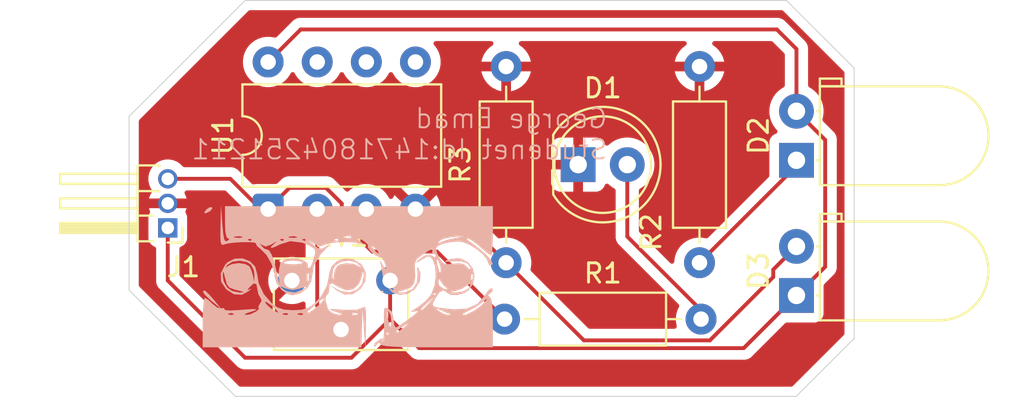
<source format=kicad_pcb>
(kicad_pcb (version 20241229) (generator "pcbnew") (generator_version "9.0")
  (layers (0 "F.Cu" signal) (2 "B.Cu" signal) (13 "F.Paste" user) (15 "B.Paste" user) (5 "F.SilkS" user "F.Silkscreen") (7 "B.SilkS" user "B.Silkscreen") (1 "F.Mask" user) (3 "B.Mask" user) (25 "Edge.Cuts" user))
  (net 0 "")
  (net 1 "GND")
  (net 2 "OUT")
  (net 3 "Net-(U1A--)")
  (net 4 "Net-(D3-A)")
  (net 5 "VCC")
  (net 6 "Net-(D1-A)")
  (net 7 "Net-(D2-K)")
  (footprint "Resistor_THT:R_Axial_DIN0207_L6.3mm_D2.5mm_P10.16mm_Horizontal" (layer "F.Cu") (at 125.11 84.695)
    (property "Reference" "R1" (at 5.08 -2.37 0) (layer "F.SilkS"))
    (property "Value" "R")
    (fp_line (start 1.04 0) (end 1.81 0) (stroke (width 0.12)) (layer "F.SilkS"))
    (fp_line (start 1.81 -1.37) (end 1.81 1.37) (stroke (width 0.12)) (layer "F.SilkS"))
    (fp_line (start 1.81 1.37) (end 8.35 1.37) (stroke (width 0.12)) (layer "F.SilkS"))
    (fp_line (start 8.35 -1.37) (end 1.81 -1.37) (stroke (width 0.12)) (layer "F.SilkS"))
    (fp_line (start 8.35 1.37) (end 8.35 -1.37) (stroke (width 0.12)) (layer "F.SilkS"))
    (fp_line (start 9.12 0) (end 8.35 0) (stroke (width 0.12)) (layer "F.SilkS"))
    (pad "1" thru_hole circle (at 0 0) (size 1.6 1.6) (drill 0.8) (layers "*.Cu" "*.Mask") (net 2 "OUT"))
    (pad "2" thru_hole oval (at 10.16 0) (size 1.6 1.6) (drill 0.8) (layers "*.Cu" "*.Mask") (net 6 "Net-(D1-A)"))
  )
  (footprint "Resistor_THT:R_Axial_DIN0207_L6.3mm_D2.5mm_P10.16mm_Horizontal" (layer "F.Cu") (at 135.19 81.775 90)
    (property "Reference" "R2" (at 1.58 -2.5 90) (layer "F.SilkS"))
    (property "Value" "R")
    (fp_line (start 8.35 -1.37) (end 1.81 -1.37) (stroke (width 0.12)) (layer "F.SilkS"))
    (fp_line (start 1.81 -1.37) (end 1.81 1.37) (stroke (width 0.12)) (layer "F.SilkS"))
    (fp_line (start 9.12 0) (end 8.35 0) (stroke (width 0.12)) (layer "F.SilkS"))
    (fp_line (start 1.04 0) (end 1.81 0) (stroke (width 0.12)) (layer "F.SilkS"))
    (fp_line (start 8.35 1.37) (end 8.35 -1.37) (stroke (width 0.12)) (layer "F.SilkS"))
    (fp_line (start 1.81 1.37) (end 8.35 1.37) (stroke (width 0.12)) (layer "F.SilkS"))
    (pad "1" thru_hole circle (at 0 0 90) (size 1.6 1.6) (drill 0.8) (layers "*.Cu" "*.Mask") (net 7 "Net-(D2-K)"))
    (pad "2" thru_hole oval (at 10.16 0 90) (size 1.6 1.6) (drill 0.8) (layers "*.Cu" "*.Mask") (net 1 "GND"))
  )
  (footprint "LED_THT:LED_D5.0mm_Clear" (layer "F.Cu") (at 128.915 76.695)
    (property "Reference" "D1" (at 1.27 -3.96 0) (layer "F.SilkS"))
    (property "Value" "LED")
    (fp_line (start -1.29 -1.545) (end -1.29 1.545) (stroke (width 0.12)) (layer "F.SilkS"))
    (fp_arc (start -1.29 -1.54483) (mid 2.071756 -2.880501) (end 4.26 -0.000048) (stroke (width 0.12)) (layer "F.SilkS"))
    (fp_arc (start 4.26 0.000048) (mid 2.071756 2.880501) (end -1.29 1.54483) (stroke (width 0.12)) (layer "F.SilkS"))
    (fp_circle (center 1.27 0) (end 3.77 0) (stroke (width 0.12)) (fill no) (layer "F.SilkS"))
    (pad "1" thru_hole rect (at 0 0) (size 1.8 1.8) (drill 0.9) (layers "*.Cu" "*.Mask") (net 1 "GND"))
    (pad "2" thru_hole circle (at 2.54 0) (size 1.8 1.8) (drill 0.9) (layers "*.Cu" "*.Mask") (net 6 "Net-(D1-A)"))
  )
  (footprint "Resistor_THT:R_Axial_DIN0207_L6.3mm_D2.5mm_P10.16mm_Horizontal" (layer "F.Cu") (at 125.19 81.775 90)
    (property "Reference" "R3" (at 5.08 -2.37 90) (layer "F.SilkS"))
    (property "Value" "R")
    (fp_line (start 8.35 -1.37) (end 1.81 -1.37) (stroke (width 0.12)) (layer "F.SilkS"))
    (fp_line (start 1.81 -1.37) (end 1.81 1.37) (stroke (width 0.12)) (layer "F.SilkS"))
    (fp_line (start 9.12 0) (end 8.35 0) (stroke (width 0.12)) (layer "F.SilkS"))
    (fp_line (start 1.04 0) (end 1.81 0) (stroke (width 0.12)) (layer "F.SilkS"))
    (fp_line (start 8.35 1.37) (end 8.35 -1.37) (stroke (width 0.12)) (layer "F.SilkS"))
    (fp_line (start 1.81 1.37) (end 8.35 1.37) (stroke (width 0.12)) (layer "F.SilkS"))
    (pad "1" thru_hole circle (at 0 0 90) (size 1.6 1.6) (drill 0.8) (layers "*.Cu" "*.Mask") (net 4 "Net-(D3-A)"))
    (pad "2" thru_hole oval (at 10.16 0 90) (size 1.6 1.6) (drill 0.8) (layers "*.Cu" "*.Mask") (net 1 "GND"))
  )
  (footprint "Potentiometer_THT:Potentiometer_Bourns_3266W_Vertical" (layer "F.Cu") (at 119.19 82.695)
    (property "Reference" "RV1" (at -2.54 -2.27 0) (layer "F.SilkS"))
    (property "Value" "R_Potentiometer")
    (fp_line (start -6.015 -1.14) (end -6.015 -0.495) (stroke (width 0.12)) (layer "F.SilkS"))
    (fp_line (start -6.015 -1.14) (end 0.935 -1.14) (stroke (width 0.12)) (layer "F.SilkS"))
    (fp_line (start -6.015 0.495) (end -6.015 3.6) (stroke (width 0.12)) (layer "F.SilkS"))
    (fp_line (start -6.015 3.6) (end 0.935 3.6) (stroke (width 0.12)) (layer "F.SilkS"))
    (fp_line (start 0.935 -1.14) (end 0.935 -0.495) (stroke (width 0.12)) (layer "F.SilkS"))
    (fp_line (start 0.935 0.495) (end 0.935 3.6) (stroke (width 0.12)) (layer "F.SilkS"))
    (pad "1" thru_hole circle (at 0 0) (size 1.44 1.44) (drill 0.8) (layers "*.Cu" "*.Mask") (net 5 "VCC"))
    (pad "2" thru_hole circle (at -2.54 2.54) (size 1.44 1.44) (drill 0.8) (layers "*.Cu" "*.Mask") (net 3 "Net-(U1A--)"))
    (pad "3" thru_hole circle (at -5.08 0) (size 1.44 1.44) (drill 0.8) (layers "*.Cu" "*.Mask") (net 1 "GND"))
  )
  (footprint "Connector_PinHeader_1.27mm:PinHeader_1x03_P1.27mm_Horizontal" (layer "F.Cu") (at 107.69 79.97 180)
    (property "Reference" "J1" (at -0.81 -2.03 0) (layer "F.SilkS"))
    (property "Value" "Conn_01x03_Pin")
    (fp_line (start 5.56 2.8) (end 1.56 2.8) (stroke (width 0.12)) (layer "F.SilkS"))
    (fp_line (start 5.56 2.28) (end 5.56 2.8) (stroke (width 0.12)) (layer "F.SilkS"))
    (fp_line (start 5.56 1.53) (end 1.56 1.53) (stroke (width 0.12)) (layer "F.SilkS"))
    (fp_line (start 5.56 1.01) (end 5.56 1.53) (stroke (width 0.12)) (layer "F.SilkS"))
    (fp_line (start 5.56 0.26) (end 1.56 0.26) (stroke (width 0.12)) (layer "F.SilkS"))
    (fp_line (start 5.56 -0.26) (end 5.56 0.26) (stroke (width 0.12)) (layer "F.SilkS"))
    (fp_line (start 1.56 3.235) (end 0.44 3.235) (stroke (width 0.12)) (layer "F.SilkS"))
    (fp_line (start 1.56 2.28) (end 5.56 2.28) (stroke (width 0.12)) (layer "F.SilkS"))
    (fp_line (start 1.56 1.01) (end 5.56 1.01) (stroke (width 0.12)) (layer "F.SilkS"))
    (fp_line (start 1.56 0.16) (end 5.56 0.16) (stroke (width 0.12)) (layer "F.SilkS"))
    (fp_line (start 1.56 0.04) (end 5.56 0.04) (stroke (width 0.12)) (layer "F.SilkS"))
    (fp_line (start 1.56 -0.08) (end 5.56 -0.08) (stroke (width 0.12)) (layer "F.SilkS"))
    (fp_line (start 1.56 -0.2) (end 5.56 -0.2) (stroke (width 0.12)) (layer "F.SilkS"))
    (fp_line (start 1.56 -0.26) (end 5.56 -0.26) (stroke (width 0.12)) (layer "F.SilkS"))
    (fp_line (start 1.56 -0.695) (end 1.56 3.235) (stroke (width 0.12)) (layer "F.SilkS"))
    (fp_line (start 0.76 0.635) (end 1.56 0.635) (stroke (width 0.12)) (layer "F.SilkS"))
    (fp_line (start 0.76 -0.695) (end 1.56 -0.695) (stroke (width 0.12)) (layer "F.SilkS"))
    (fp_line (start 0.44 3.235) (end 0.44 3.159677) (stroke (width 0.12)) (layer "F.SilkS"))
    (fp_line (start 0.44 1.905) (end 1.56 1.905) (stroke (width 0.12)) (layer "F.SilkS"))
    (fp_line (start 0.44 1.889677) (end 0.44 1.920323) (stroke (width 0.12)) (layer "F.SilkS"))
    (fp_line (start -0.76 0) (end -0.76 -0.76) (stroke (width 0.12)) (layer "F.SilkS"))
    (fp_line (start -0.76 -0.76) (end 0 -0.76) (stroke (width 0.12)) (layer "F.SilkS"))
    (pad "1" thru_hole rect (at 0 0 180) (size 1 1) (drill 0.65) (layers "*.Cu" "*.Mask") (net 5 "VCC"))
    (pad "2" thru_hole oval (at 0 1.27 180) (size 1 1) (drill 0.65) (layers "*.Cu" "*.Mask") (net 1 "GND"))
    (pad "3" thru_hole oval (at 0 2.54 180) (size 1 1) (drill 0.65) (layers "*.Cu" "*.Mask") (net 2 "OUT"))
  )
  (footprint "Package_DIP:DIP-8_W7.62mm" (layer "F.Cu") (at 112.88 79 90)
    (property "Reference" "U1" (at 3.81 -2.33 90) (layer "F.SilkS"))
    (property "Value" "LM358")
    (fp_line (start 6.46 -1.33) (end 4.81 -1.33) (stroke (width 0.12)) (layer "F.SilkS"))
    (fp_line (start 2.81 -1.33) (end 1.16 -1.33) (stroke (width 0.12)) (layer "F.SilkS"))
    (fp_line (start 1.16 -1.33) (end 1.16 8.95) (stroke (width 0.12)) (layer "F.SilkS"))
    (fp_line (start 6.46 8.95) (end 6.46 -1.33) (stroke (width 0.12)) (layer "F.SilkS"))
    (fp_line (start 1.16 8.95) (end 6.46 8.95) (stroke (width 0.12)) (layer "F.SilkS"))
    (fp_arc (start 4.81 -1.33) (mid 3.81 -0.33) (end 2.81 -1.33) (stroke (width 0.12)) (layer "F.SilkS"))
    (pad "1" thru_hole roundrect (at 0 0 90) (size 1.6 1.6) (drill 0.8) (layers "*.Cu" "*.Mask") (roundrect_rratio 0.15625) (net 2 "OUT"))
    (pad "2" thru_hole circle (at 0 2.54 90) (size 1.6 1.6) (drill 0.8) (layers "*.Cu" "*.Mask") (net 3 "Net-(U1A--)"))
    (pad "3" thru_hole circle (at 0 5.08 90) (size 1.6 1.6) (drill 0.8) (layers "*.Cu" "*.Mask") (net 4 "Net-(D3-A)"))
    (pad "4" thru_hole circle (at 0 7.62 90) (size 1.6 1.6) (drill 0.8) (layers "*.Cu" "*.Mask") (net 1 "GND"))
    (pad "5" thru_hole circle (at 7.62 7.62 90) (size 1.6 1.6) (drill 0.8) (layers "*.Cu" "*.Mask"))
    (pad "6" thru_hole circle (at 7.62 5.08 90) (size 1.6 1.6) (drill 0.8) (layers "*.Cu" "*.Mask"))
    (pad "7" thru_hole circle (at 7.62 2.54 90) (size 1.6 1.6) (drill 0.8) (layers "*.Cu" "*.Mask"))
    (pad "8" thru_hole circle (at 7.62 0 90) (size 1.6 1.6) (drill 0.8) (layers "*.Cu" "*.Mask") (net 5 "VCC"))
  )
  (footprint "LED_THT:LED_D5.0mm_Horizontal_O1.27mm_Z3.0mm_IRGrey" (layer "F.Cu") (at 140.205 76.47 90)
    (property "Reference" "D2" (at 1.27 -1.96 90) (layer "F.SilkS"))
    (property "Value" "ir")
    (fp_line (start 2.54 1.08) (end 2.54 1.08) (stroke (width 0.12)) (layer "F.SilkS"))
    (fp_line (start 2.54 1.08) (end 2.54 1.21) (stroke (width 0.12)) (layer "F.SilkS"))
    (fp_line (start 0 1.08) (end 0 1.08) (stroke (width 0.12)) (layer "F.SilkS"))
    (fp_line (start 0 1.08) (end 0 1.21) (stroke (width 0.12)) (layer "F.SilkS"))
    (fp_line (start 4.23 1.21) (end 4.23 2.33) (stroke (width 0.12)) (layer "F.SilkS"))
    (fp_line (start 3.83 1.21) (end 4.23 1.21) (stroke (width 0.12)) (layer "F.SilkS"))
    (fp_line (start 3.83 1.21) (end 3.83 7.37) (stroke (width 0.12)) (layer "F.SilkS"))
    (fp_line (start 2.54 1.21) (end 2.54 1.08) (stroke (width 0.12)) (layer "F.SilkS"))
    (fp_line (start 2.54 1.21) (end 2.54 1.21) (stroke (width 0.12)) (layer "F.SilkS"))
    (fp_line (start 0 1.21) (end 0 1.08) (stroke (width 0.12)) (layer "F.SilkS"))
    (fp_line (start 0 1.21) (end 0 1.21) (stroke (width 0.12)) (layer "F.SilkS"))
    (fp_line (start -1.29 1.21) (end 3.83 1.21) (stroke (width 0.12)) (layer "F.SilkS"))
    (fp_line (start -1.29 1.21) (end -1.29 7.37) (stroke (width 0.12)) (layer "F.SilkS"))
    (fp_line (start 4.23 2.33) (end 3.83 2.33) (stroke (width 0.12)) (layer "F.SilkS"))
    (fp_line (start 3.83 2.33) (end 3.83 1.21) (stroke (width 0.12)) (layer "F.SilkS"))
    (fp_arc (start 3.83 7.37) (mid 1.27 9.93) (end -1.29 7.37) (stroke (width 0.12)) (layer "F.SilkS"))
    (pad "1" thru_hole rect (at 0 0 90) (size 1.8 1.8) (drill 0.9) (layers "*.Cu" "*.Mask") (net 7 "Net-(D2-K)"))
    (pad "2" thru_hole circle (at 2.54 0 90) (size 1.8 1.8) (drill 0.9) (layers "*.Cu" "*.Mask") (net 5 "VCC"))
  )
  (footprint "LED_THT:LED_D5.0mm_Horizontal_O1.27mm_Z3.0mm_IRBlack" (layer "F.Cu") (at 140.205 83.47 90)
    (property "Reference" "D3" (at 1.27 -1.96 90) (layer "F.SilkS"))
    (property "Value" "photo diod")
    (fp_line (start 2.54 1.08) (end 2.54 1.08) (stroke (width 0.12)) (layer "F.SilkS"))
    (fp_line (start 2.54 1.08) (end 2.54 1.21) (stroke (width 0.12)) (layer "F.SilkS"))
    (fp_line (start 0 1.08) (end 0 1.08) (stroke (width 0.12)) (layer "F.SilkS"))
    (fp_line (start 0 1.08) (end 0 1.21) (stroke (width 0.12)) (layer "F.SilkS"))
    (fp_line (start 4.23 1.21) (end 4.23 2.33) (stroke (width 0.12)) (layer "F.SilkS"))
    (fp_line (start 3.83 1.21) (end 4.23 1.21) (stroke (width 0.12)) (layer "F.SilkS"))
    (fp_line (start 3.83 1.21) (end 3.83 7.37) (stroke (width 0.12)) (layer "F.SilkS"))
    (fp_line (start 2.54 1.21) (end 2.54 1.08) (stroke (width 0.12)) (layer "F.SilkS"))
    (fp_line (start 2.54 1.21) (end 2.54 1.21) (stroke (width 0.12)) (layer "F.SilkS"))
    (fp_line (start 0 1.21) (end 0 1.08) (stroke (width 0.12)) (layer "F.SilkS"))
    (fp_line (start 0 1.21) (end 0 1.21) (stroke (width 0.12)) (layer "F.SilkS"))
    (fp_line (start -1.29 1.21) (end 3.83 1.21) (stroke (width 0.12)) (layer "F.SilkS"))
    (fp_line (start -1.29 1.21) (end -1.29 7.37) (stroke (width 0.12)) (layer "F.SilkS"))
    (fp_line (start 4.23 2.33) (end 3.83 2.33) (stroke (width 0.12)) (layer "F.SilkS"))
    (fp_line (start 3.83 2.33) (end 3.83 1.21) (stroke (width 0.12)) (layer "F.SilkS"))
    (fp_arc (start 3.83 7.37) (mid 1.27 9.93) (end -1.29 7.37) (stroke (width 0.12)) (layer "F.SilkS"))
    (pad "1" thru_hole rect (at 0 0 90) (size 1.8 1.8) (drill 0.9) (layers "*.Cu" "*.Mask") (net 5 "VCC"))
    (pad "2" thru_hole circle (at 2.54 0 90) (size 1.8 1.8) (drill 0.9) (layers "*.Cu" "*.Mask") (net 4 "Net-(D3-A)"))
  )
  (footprint "Cypod:cypod_footprint" (layer "B.Cu") (at 117 82.5 180)
    (property "Reference" "G***" (hide yes))
    (property "Value" "LOGO" (hide yes))
    (fp_poly (pts (xy -1.731818 -0.769696) (xy -1.79596 -0.833837) (xy -1.860101 -0.769696) (xy -1.79596 -0.705555)) (fill yes) (layer "B.SilkS"))
    (fp_poly (pts (xy 7.16515 3.590209) (xy 7.315176 3.478909) (xy 7.433168 3.313824) (xy 7.357066 3.281247) (xy 7.123412 3.394485) (xy 7.004404 3.535099) (xy 7.021091 3.600217)) (fill yes) (layer "B.SilkS"))
    (fp_poly (pts (xy 7.500056 -0.764062) (xy 7.390602 -0.93775) (xy 7.092319 -1.218084) (xy 7.014223 -1.282827) (xy 6.542424 -1.667676) (xy 6.927273 -1.195877) (xy 7.172799 -0.915919) (xy 7.358294 -0.741898) (xy 7.408333 -0.714816)) (fill yes) (layer "B.SilkS"))
    (fp_poly (pts (xy 5.853464 0.936313) (xy 6.225093 0.745704) (xy 6.340689 0.624115) (xy 6.572072 0.173122) (xy 6.548788 -0.260724) (xy 6.29169 -0.647244) (xy 5.890561 -0.907129) (xy 5.47293 -0.933797) (xy 5.234442 -0.805803) (xy 5.387136 -0.805803) (xy 5.58427 -0.819643) (xy 5.612374 -0.820706) (xy 5.975576 -0.739018) (xy 6.221717 -0.577272) (xy 6.41441 -0.253669) (xy 6.465152 0.032072) (xy 6.451887 0.248741) (xy 6.423265 0.2405) (xy 6.359748 -0.004825) (xy 6.351739 -0.03858) (xy 6.25523 -0.381186) (xy 6.122277 -0.559877) (xy 5.865364 -0.662168) (xy 5.683025 -0.707294) (xy 5.415997 -0.774867) (xy 5.387136 -0.805803) (xy 5.234442 -0.805803) (xy 5.107408 -0.737625) (xy 4.992982 -0.617027) (xy 5.059472 -0.640346) (xy 5.061126 -0.641413) (xy 5.190211 -0.71219) (xy 5.144323 -0.624202) (xy 5.083535 -0.545201) (xy 4.865944 -0.345293) (xy 4.726225 -0.381891) (xy 4.682323 -0.615757) (xy 4.621412 -0.914547) (xy 4.533821 -1.05931) (xy 4.454891 -1.237369) (xy 4.549528 -1.405673) (xy 4.635884 -1.56502) (xy 4.601819 -1.607614) (xy 4.601519 -1.673349) (xy 4.738913 -1.800039) (xy 5.04462 -1.946175) (xy 5.252044 -1.976813) (xy 5.309778 -1.957713) (xy 5.892507 -1.957713) (xy 6.018603 -1.978255) (xy 6.184987 -1.95467) (xy 6.186974 -1.910879) (xy 6.015281 -1.880255) (xy 5.941098 -1.900751) (xy 5.892507 -1.957713) (xy 5.309778 -1.957713) (xy 5.346192 -1.945666) (xy 5.192014 -1.873863) (xy 5.085175 -1.841217) (xy 4.790132 -1.744932) (xy 4.726209 -1.690127) (xy 4.899998 -1.675291) (xy 5.318087 -1.698915) (xy 5.601353 -1.722918) (xy 6.057884 -1.748856) (xy 6.327624 -1.730996) (xy 6.382077 -1.679935) (xy 6.409804 -1.61436) (xy 6.507724 -1.636609) (xy 6.74164 -1.602218) (xy 7.000119 -1.401844) (xy 7.229366 -1.188587) (xy 7.391267 -1.091036) (xy 7.398624 -1.090403) (xy 7.443086 -1.209615) (xy 7.478358 -1.531052) (xy 7.499956 -2.000417) (xy 7.504545 -2.373231) (xy 7.504545 -3.65606) (xy 3.399495 -3.65606) (xy -0.705556 -3.65606) (xy -0.72908 -2.661868) (xy -0.745741 -1.957713) (xy -0.521634 -1.957713) (xy -0.395539 -1.978255) (xy -0.229154 -1.95467) (xy -0.227168 -1.910879) (xy -0.39886 -1.880255) (xy -0.473043 -1.900751) (xy -0.521634 -1.957713) (xy -0.745741 -1.957713) (xy -0.752604 -1.667676) (xy -0.833838 -2.693939) (xy -0.915072 -3.720201) (xy -0.938597 -2.582019) (xy -0.945061 -2.042953) (xy -0.93258 -1.720405) (xy -0.894305 -1.574612) (xy -0.823389 -1.565812) (xy -0.770017 -1.603269) (xy -0.487264 -1.700408) (xy 0.016044 -1.71704) (xy 0.192104 -1.707002) (xy 0.597632 -1.683192) (xy 0.8766 -1.677371) (xy 0.962121 -1.687893) (xy 0.853316 -1.743893) (xy 0.587163 -1.832562) (xy 0.545202 -1.844863) (xy 0.321058 -1.926745) (xy 0.334728 -1.970525) (xy 0.384848 -1.974849) (xy 0.480266 -1.957713) (xy 2.300588 -1.957713) (xy 2.426683 -1.978255) (xy 2.571601 -1.957713) (xy 3.070285 -1.957713) (xy 3.19638 -1.978255) (xy 3.362765 -1.95467) (xy 3.364752 -1.910879) (xy 3.193059 -1.880255) (xy 3.118876 -1.900751) (xy 3.070285 -1.957713) (xy 2.571601 -1.957713) (xy 2.593068 -1.95467) (xy 2.595055 -1.910879) (xy 2.423362 -1.880255) (xy 2.349179 -1.900751) (xy 2.300588 -1.957713) (xy 0.480266 -1.957713) (xy 0.71409 -1.915721) (xy 0.967147 -1.752859) (xy 1.042298 -1.608214) (xy 1.078324 -1.453036) (xy 1.084184 -1.443181) (xy 1.146478 -1.263663) (xy 1.144183 -1.125352) (xy 1.218687 -1.125352) (xy 1.308976 -1.270646) (xy 1.523367 -1.489276) (xy 1.777148 -1.705506) (xy 1.985608 -1.843601) (xy 2.040524 -1.8601) (xy 2.069259 -1.850637) (xy 3.603557 -1.850637) (xy 3.616836 -1.855832) (xy 3.779621 -1.77798) (xy 4.026235 -1.596706) (xy 4.027011 -1.596059) (xy 4.225193 -1.40534) (xy 4.285472 -1.292946) (xy 4.283577 -1.290533) (xy 4.164943 -1.332275) (xy 3.934838 -1.498765) (xy 3.873402 -1.550306) (xy 3.667995 -1.746627) (xy 3.603557 -1.850637) (xy 2.069259 -1.850637) (xy 2.114773 -1.835648) (xy 2.105336 -1.828029) (xy 1.985386 -1.729762) (xy 1.74746 -1.520393) (xy 1.634965 -1.41918) (xy 1.385988 -1.210411) (xy 1.23724 -1.117704) (xy 1.218687 -1.125352) (xy 1.144183 -1.125352) (xy 1.143039 -1.056402) (xy 1.079053 -0.96212) (xy 0.991131 -0.852272) (xy 0.962121 -0.641413) (xy 0.926871 -0.388885) (xy 0.796033 -0.348178) (xy 0.531973 -0.508703) (xy 0.520683 -0.51721) (xy 0.105757 -0.708187) (xy -0.2719 -0.660514) (xy -0.565843 -0.391943) (xy -0.705235 -0.048652) (xy -0.773466 0.220589) (xy -0.805372 0.252312) (xy -0.81966 0.059595) (xy -0.820707 0.032072) (xy -0.731019 -0.388086) (xy -0.466074 -0.676417) (xy -0.085287 -0.804805) (xy 0.35193 -0.745137) (xy 0.5808 -0.631134) (xy 0.89798 -0.428431) (xy 0.595132 -0.695275) (xy 0.174699 -0.927296) (xy -0.253314 -0.906317) (xy -0.647245 -0.647244) (xy -0.908956 -0.236404) (xy -0.939936 0.201726) (xy -0.811301 0.460972) (xy -0.692371 0.460972) (xy -0.633838 0.495751) (xy -0.5775 0.545203) (xy -0.293601 0.669936) (xy 0.084388 0.698524) (xy 0.426434 0.63023) (xy 0.551616 0.551617) (xy 0.677792 0.310025) (xy 0.723025 0.070556) (xy 0.739161 -0.15171) (xy 0.763639 -0.125192) (xy 0.797475 0.04265) (xy 0.754323 0.386929) (xy 0.63184 0.587853) (xy 0.322611 0.777216) (xy -0.065838 0.829391) (xy -0.423237 0.742434) (xy -0.587449 0.609344) (xy -0.692371 0.460972) (xy -0.811301 0.460972) (xy -0.739359 0.60596) (xy -0.665217 0.683195) (xy -0.27679 0.909096) (xy 0.146998 0.947474) (xy 0.539194 0.821328) (xy 0.832842 0.55366) (xy 0.960987 0.16747) (xy 0.962121 0.124163) (xy 1.07506 -0.452473) (xy 1.381005 -1.015776) (xy 1.724217 -1.385029) (xy 2.044334 -1.605619) (xy 2.390245 -1.708585) (xy 2.822222 -1.731817) (xy 3.293329 -1.702512) (xy 3.631298 -1.589484) (xy 3.920227 -1.385029) (xy 4.343105 -0.900577) (xy 4.611676 -0.326158) (xy 4.676501 0.08705) (xy 4.828076 0.08705) (xy 4.845546 -0.256565) (xy 4.904509 0.064142) (xy 5.00087 0.376564) (xy 5.095171 0.545203) (xy 5.307948 0.65846) (xy 5.634495 0.705556) (xy 5.979792 0.657191) (xy 6.221944 0.545203) (xy 6.335586 0.453042) (xy 6.284906 0.538455) (xy 6.231893 0.609344) (xy 5.963804 0.779311) (xy 5.584107 0.829023) (xy 5.208978 0.756298) (xy 5.012193 0.632252) (xy 4.863969 0.354226) (xy 4.828076 0.08705) (xy 4.676501 0.08705) (xy 4.682323 0.124163) (xy 4.789976 0.521837) (xy 5.066993 0.803604) (xy 5.44446 0.948687)) (fill yes) (layer "B.SilkS"))
    (fp_poly (pts (xy 6.583041 2.648145) (xy 6.589955 2.126932) (xy 6.576327 1.817006) (xy 6.532857 1.673332) (xy 6.450244 1.650879) (xy 6.382071 1.67506) (xy 6.153142 1.731217) (xy 5.806426 1.770581) (xy 5.417659 1.790989) (xy 5.062577 1.790278) (xy 4.816919 1.766286) (xy 4.752789 1.721587) (xy 4.699962 1.595747) (xy 4.507973 1.434751) (xy 4.196905 1.11664) (xy 3.940524 0.656988) (xy 3.797107 0.170791) (xy 3.784343 0.006853) (xy 3.676468 -0.35966) (xy 3.407661 -0.696538) (xy 3.060148 -0.91893) (xy 2.845353 -0.96212) (xy 2.43913 -0.857441) (xy 2.092982 -0.591746) (xy 2.056711 -0.529562) (xy 2.160631 -0.529562) (xy 2.301539 -0.645275) (xy 2.721482 -0.819514) (xy 3.155422 -0.752853) (xy 3.342906 -0.639329) (xy 3.492329 -0.515023) (xy 3.448568 -0.510138) (xy 3.230099 -0.599898) (xy 2.864637 -0.690342) (xy 2.476479 -0.611663) (xy 2.460402 -0.605845) (xy 2.203949 -0.517769) (xy 2.160631 -0.529562) (xy 2.056711 -0.529562) (xy 1.886389 -0.237553) (xy 1.860101 -0.063181) (xy 1.848998 0.000001) (xy 2.013392 0.000001) (xy 2.027259 -0.219084) (xy 2.067417 -0.238372) (xy 2.072529 -0.226936) (xy 2.097906 0.02773) (xy 2.077283 0.157913) (xy 2.036448 0.210227) (xy 2.014238 0.039838) (xy 2.013392 0.000001) (xy 1.848998 0.000001) (xy 1.74707 0.580001) (xy 1.39838 1.161869) (xy 1.288726 1.278487) (xy 1.665371 1.278487) (xy 1.680279 1.225142) (xy 1.777002 0.936272) (xy 1.827411 0.737627) (xy 1.921647 0.512562) (xy 2.01091 0.448991) (xy 2.07532 0.527588) (xy 2.056503 0.570837) (xy 2.086307 0.716566) (xy 2.119241 0.737627) (xy 2.328912 0.737627) (xy 2.405051 0.67976) (xy 2.666383 0.645462) (xy 2.822222 0.641415) (xy 3.142653 0.660892) (xy 3.309315 0.710068) (xy 3.315533 0.737627) (xy 3.159316 0.802911) (xy 2.857882 0.833519) (xy 2.822222 0.833839) (xy 2.511957 0.808144) (xy 2.335218 0.745491) (xy 2.328912 0.737627) (xy 2.119241 0.737627) (xy 2.298824 0.852469) (xy 2.621516 0.942768) (xy 2.845859 0.960158) (xy 3.261393 0.903706) (xy 3.487832 0.711122) (xy 3.564461 0.339027) (xy 3.563506 0.167692) (xy 3.543695 -0.384848) (xy 3.662307 0.192425) (xy 3.769581 0.634958) (xy 3.891932 1.031989) (xy 3.925802 1.120845) (xy 4.056339 1.349909) (xy 4.168522 1.411503) (xy 4.169545 1.410894) (xy 4.313763 1.449728) (xy 4.437106 1.572878) (xy 4.540387 1.719739) (xy 4.481406 1.685029) (xy 4.434354 1.643977) (xy 4.248641 1.563933) (xy 3.992503 1.652597) (xy 3.92741 1.68958) (xy 3.711194 1.813402) (xy 3.697809 1.803036) (xy 3.840933 1.68121) (xy 3.987874 1.526589) (xy 3.936954 1.487852) (xy 3.719906 1.566371) (xy 3.527778 1.667678) (xy 2.975869 1.84135) (xy 2.36442 1.765567) (xy 2.052983 1.642061) (xy 1.746417 1.454119) (xy 1.665371 1.278487) (xy 1.288726 1.278487) (xy 1.184068 1.389791) (xy 0.961172 1.611454) (xy 0.922844 1.677356) (xy 1.062258 1.602602) (xy 1.098015 1.580231) (xy 1.34527 1.450636) (xy 1.529792 1.477099) (xy 1.739429 1.631829) (xy 2.052525 1.890549) (xy 1.726253 1.697311) (xy 1.441567 1.577215) (xy 1.226222 1.632456) (xy 1.194604 1.654249) (xy 0.94891 1.735168) (xy 0.540598 1.781274) (xy 0.06144 1.791083) (xy -0.396791 1.763116) (xy -0.742322 1.695889) (xy -0.769697 1.685961) (xy -0.866096 1.665469) (xy -0.747716 1.756235) (xy -0.705556 1.782554) (xy -0.521779 1.919811) (xy -0.518989 1.945624) (xy 0.491751 1.945624) (xy 0.50936 1.86936) (xy 0.577273 1.860102) (xy 0.682864 1.907039) (xy 0.662795 1.945624) (xy 2.159428 1.945624) (xy 2.177037 1.86936) (xy 2.244949 1.860102) (xy 2.350541 1.907039) (xy 2.330471 1.945624) (xy 3.313973 1.945624) (xy 3.331582 1.86936) (xy 3.399495 1.860102) (xy 3.505086 1.907039) (xy 3.485017 1.945624) (xy 4.98165 1.945624) (xy 4.999259 1.86936) (xy 5.067172 1.860102) (xy 5.172763 1.907039) (xy 5.152694 1.945624) (xy 5.000452 1.960977) (xy 4.98165 1.945624) (xy 3.485017 1.945624) (xy 3.332775 1.960977) (xy 3.313973 1.945624) (xy 2.330471 1.945624) (xy 2.17823 1.960977) (xy 2.159428 1.945624) (xy 0.662795 1.945624) (xy 0.510553 1.960977) (xy 0.491751 1.945624) (xy -0.518989 1.945624) (xy -0.514903 1.983437) (xy -0.520683 1.983839) (xy -0.720778 1.916301) (xy -0.905532 1.80004) (xy -1.05105 1.658866) (xy -1.035972 1.607616) (xy -1.032125 1.525783) (xy -1.17579 1.329688) (xy -1.214973 1.286783) (xy -1.442263 1.090325) (xy -1.604253 1.029092) (xy -1.615746 1.03381) (xy -1.742084 0.98884) (xy -1.879968 0.792303) (xy -1.971814 0.539706) (xy -1.982598 0.425354) (xy -1.932612 0.409268) (xy -1.816693 0.585402) (xy -1.788239 0.641415) (xy -1.684265 0.829399) (xy -1.661677 0.815405) (xy -1.671797 0.775498) (xy -1.735504 0.488132) (xy -1.80279 0.090925) (xy -1.816862 -0.007382) (xy -1.983542 -0.484736) (xy -2.294669 -0.804801) (xy -2.692431 -0.945195) (xy -3.119017 -0.883533) (xy -3.469467 -0.647244) (xy -3.728047 -0.246113) (xy -3.764293 0.180781) (xy -3.657732 0.448991) (xy -3.588035 0.500257) (xy -3.589664 0.316356) (xy -3.609996 0.174796) (xy -3.57997 -0.286679) (xy -3.356074 -0.631253) (xy -2.979981 -0.808323) (xy -2.790152 -0.820706) (xy -2.578136 -0.807078) (xy -2.5894 -0.777493) (xy -2.837021 -0.713245) (xy -2.870875 -0.705234) (xy -3.103627 -0.619868) (xy -2.348176 -0.619868) (xy -2.347309 -0.703449) (xy -2.324799 -0.705555) (xy -2.217716 -0.617889) (xy -2.100304 -0.48106) (xy -1.989358 -0.329109) (xy -2.055789 -0.360964) (xy -2.148737 -0.432626) (xy -2.348176 -0.619868) (xy -3.103627 -0.619868) (xy -3.247645 -0.567047) (xy -3.442755 -0.338632) (xy -3.487822 0.000001) (xy -2.116667 0.000001) (xy -2.052525 -0.064141) (xy -1.988384 0.000001) (xy -2.052525 0.064142) (xy -2.116667 0.000001) (xy -3.487822 0.000001) (xy -3.493239 0.040708) (xy -3.477487 0.288948) (xy -3.465796 0.657324) (xy -3.548707 0.88207) (xy -3.764977 1.069682) (xy -4.115073 1.304374) (xy -1.578479 1.304374) (xy -1.577612 1.220794) (xy -1.555102 1.218688) (xy -1.448019 1.306353) (xy -1.330607 1.443183) (xy -1.219661 1.595133) (xy -1.286092 1.563278) (xy -1.37904 1.491617) (xy -1.578479 1.304374) (xy -4.115073 1.304374) (xy -4.149963 1.327763) (xy -4.354359 1.441367) (xy -4.401404 1.421836) (xy -4.373866 1.366791) (xy -4.366641 1.234857) (xy -4.418187 1.218688) (xy -4.547331 1.119295) (xy -4.55404 1.074697) (xy -4.497767 1.001979) (xy -4.370201 1.08328) (xy -4.181293 1.16198) (xy -3.936049 1.069656) (xy -3.85707 1.020092) (xy -3.625898 0.850051) (xy -3.527804 0.741026) (xy -3.527778 0.74019) (xy -3.619999 0.75692) (xy -3.844557 0.883786) (xy -3.869869 0.900196) (xy -4.114783 1.043685) (xy -4.253997 1.037244) (xy -4.383 0.890431) (xy -4.518124 0.533097) (xy -4.548696 0.046372) (xy -4.479279 -0.46693) (xy -4.314438 -0.903997) (xy -4.302445 -0.924189) (xy -4.020889 -1.257472) (xy -3.644688 -1.557148) (xy -3.565298 -1.604444) (xy -3.305893 -1.763158) (xy -3.281222 -1.822846) (xy -3.380113 -1.81142) (xy -3.591834 -1.779799) (xy -3.636679 -1.793531) (xy -3.41993 -1.982066) (xy -3.119749 -2.214347) (xy -2.811937 -2.435387) (xy -2.572293 -2.5902) (xy -2.483876 -2.629797) (xy -2.409819 -2.517221) (xy -2.3781 -2.2739) (xy -2.24495 -2.2739) (xy -2.230114 -2.556964) (xy -2.187404 -2.587349) (xy -2.119514 -2.367115) (xy -2.072884 -2.142359) (xy -2.046223 -1.861083) (xy -2.107667 -1.791358) (xy -2.118598 -1.797153) (xy -2.207632 -1.968649) (xy -2.244948 -2.27197) (xy -2.24495 -2.2739) (xy -2.3781 -2.2739) (xy -2.373877 -2.241504) (xy -2.373232 -2.194532) (xy -2.290347 -1.811708) (xy -2.049505 -1.62204) (xy -1.90491 -1.603534) (xy -1.877337 -1.720434) (xy -1.865921 -2.026318) (xy -1.872648 -2.437365) (xy -1.872972 -2.880362) (xy -1.8441 -3.217423) (xy -1.796781 -3.367416) (xy -1.753805 -3.368227) (xy -1.790873 -3.290483) (xy -1.825763 -3.183115) (xy -1.693533 -3.22424) (xy -1.619016 -3.262926) (xy -1.408481 -3.43393) (xy -1.348934 -3.564361) (xy -1.399357 -3.623795) (xy -1.486983 -3.527777) (xy -1.615003 -3.411623) (xy -1.688133 -3.495706) (xy -1.775145 -3.550911) (xy -2.001719 -3.592971) (xy -2.3919 -3.623199) (xy -2.969731 -3.642905) (xy -3.759253 -3.653401) (xy -4.628872 -3.65606) (xy -7.504545 -3.65606) (xy -7.504545 -2.950504) (xy -2.116667 -2.950504) (xy -2.052525 -3.014646) (xy -1.988384 -2.950504) (xy -2.052525 -2.886363) (xy -2.116667 -2.950504) (xy -7.504545 -2.950504) (xy -7.504545 -2.383922) (xy -7.504042 -2.358004) (xy -3.207071 -2.358004) (xy -2.904223 -2.622183) (xy -2.637566 -2.836172) (xy -2.516683 -2.879019) (xy -2.501515 -2.836975) (xy -2.598685 -2.743861) (xy -2.834562 -2.584886) (xy -2.854293 -2.572796) (xy -3.207071 -2.358004) (xy -7.504042 -2.358004) (xy -7.491644 -1.719176) (xy -7.451228 -1.288228) (xy -7.413466 -1.171078) (xy -7.188522 -1.171078) (xy -7.115815 -1.271546) (xy -6.845342 -1.535136) (xy -6.487803 -1.780707) (xy -6.142663 -1.946768) (xy -5.965152 -1.982882) (xy -5.952316 -1.95698) (xy -5.318811 -1.95698) (xy -5.193324 -1.977977) (xy -5.187903 -1.978255) (xy -4.936698 -1.910394) (xy -4.738913 -1.788882) (xy -4.568078 -1.647239) (xy -4.600207 -1.641841) (xy -4.746465 -1.707406) (xy -5.047942 -1.838322) (xy -5.195455 -1.896779) (xy -5.318811 -1.95698) (xy -5.952316 -1.95698) (xy -5.942918 -1.938016) (xy -6.118361 -1.831062) (xy -6.220801 -1.784031) (xy -6.620193 -1.570483) (xy -6.973234 -1.319688) (xy -6.986616 -1.307991) (xy -7.173312 -1.151745) (xy -7.188522 -1.171078) (xy -7.413466 -1.171078) (xy -7.380733 -1.069529) (xy -7.344192 -1.036952) (xy -7.249852 -0.952705) (xy -7.344192 -0.887289) (xy -7.492185 -0.745784) (xy -7.504545 -0.694864) (xy -7.44915 -0.57686) (xy -7.307896 -0.660003) (xy -7.118182 -0.920419) (xy -7.0988 -0.953859) (xy -6.707053 -1.401759) (xy -6.162246 -1.648214) (xy -5.476679 -1.687947) (xy -5.404405 -1.680748) (xy -4.874743 -1.622392) (xy -4.557732 -1.575602) (xy -4.412225 -1.514355) (xy -4.397075 -1.412631) (xy -4.471134 -1.24441) (xy -4.528843 -1.127055) (xy -4.596079 -1.026262) (xy -4.489899 -1.026262) (xy -4.178901 -1.37904) (xy -3.928183 -1.647109) (xy -3.806444 -1.730342) (xy -3.784343 -1.690037) (xy -3.870398 -1.586904) (xy -4.082821 -1.385627) (xy -4.137121 -1.33726) (xy -4.489899 -1.026262) (xy -4.596079 -1.026262) (xy -4.681653 -0.897979) (xy -4.55404 -0.897979) (xy -4.489899 -0.96212) (xy -4.425758 -0.897979) (xy -4.489899 -0.833837) (xy -4.55404 -0.897979) (xy -4.681653 -0.897979) (xy -4.740669 -0.809508) (xy -4.953353 -0.707376) (xy -5.131313 -0.833837) (xy -5.331579 -0.944401) (xy -5.657129 -0.949085) (xy -6.003983 -0.85719) (xy -6.207119 -0.737625) (xy -6.444638 -0.422732) (xy -6.35 -0.422732) (xy -6.236613 -0.615405) (xy -5.956019 -0.760589) (xy -5.597565 -0.813042) (xy -5.580303 -0.812467) (xy -5.259596 -0.798898) (xy -5.580303 -0.74053) (xy -5.842792 -0.644244) (xy -5.172791 -0.644244) (xy -5.074064 -0.644561) (xy -4.97096 -0.620071) (xy -4.73292 -0.460897) (xy -4.692451 -0.273674) (xy -4.718325 -0.110437) (xy -4.777403 -0.192423) (xy -4.941126 -0.432802) (xy -5.055912 -0.538821) (xy -5.172791 -0.644244) (xy -5.842792 -0.644244) (xy -5.926455 -0.613555) (xy -6.125505 -0.481552) (xy -6.296639 -0.376392) (xy -6.35 -0.422732) (xy -6.444638 -0.422732) (xy -6.478986 -0.377195) (xy -6.552949 0.010691) (xy -6.468155 0.010691) (xy -6.44457 -0.155694) (xy -6.400779 -0.15768) (xy -6.370155 0.014012) (xy -6.390651 0.088195) (xy -6.447613 0.136786) (xy -6.468155 0.010691) (xy -6.552949 0.010691) (xy -6.557963 0.036985) (xy -6.465003 0.439028) (xy -6.221058 0.763048) (xy -5.84708 0.943159) (xy -5.667204 0.960158) (xy -5.319128 0.923104) (xy -5.073839 0.840675) (xy -5.047446 0.777092) (xy -5.263039 0.776381) (xy -5.425389 0.795224) (xy -5.888527 0.794785) (xy -6.212806 0.668843) (xy -6.34868 0.438106) (xy -6.35 0.408765) (xy -6.290141 0.387104) (xy -6.282261 0.39554) (xy -4.808642 0.39554) (xy -4.790136 0.212086) (xy -4.735076 0.27004) (xy -4.651529 0.558151) (xy -4.632331 0.641415) (xy -4.593315 0.877332) (xy -4.637659 0.885808) (xy -4.676462 0.833839) (xy -4.791281 0.538904) (xy -4.808642 0.39554) (xy -6.282261 0.39554) (xy -6.177102 0.508123) (xy -6.002252 0.659212) (xy -5.731089 0.69738) (xy -5.468724 0.672753) (xy -5.118806 0.644093) (xy -4.92114 0.708057) (xy -4.776817 0.90486) (xy -4.743642 0.96758) (xy -4.610844 1.260293) (xy -4.55407 1.45668) (xy -4.55404 1.458934) (xy -4.668524 1.594851) (xy -4.956862 1.714498) (xy -5.336386 1.79697) (xy -5.724425 1.821364) (xy -5.912114 1.802341) (xy -6.260956 1.674278) (xy -6.639566 1.443924) (xy -6.97605 1.167571) (xy -7.198513 0.901508) (xy -7.24798 0.756409) (xy -7.32168 0.594402) (xy -7.376263 0.577274) (xy -7.502026 0.646888) (xy -7.42865 0.840631) (xy -7.167428 1.135851) (xy -7.038549 1.254678) (xy -6.699749 1.537414) (xy -6.393036 1.765076) (xy -6.300923 1.823485) (xy -6.153206 1.93924) (xy -6.189277 1.983839) (xy -6.369458 1.905959) (xy -6.655218 1.701785) (xy -6.846239 1.539395) (xy -7.141249 1.285705) (xy -7.357835 1.122918) (xy -7.423881 1.090405) (xy -7.457742 1.209625) (xy -7.484604 1.531082) (xy -7.501052 2.000474) (xy -7.502075 2.10961) (xy -6.029293 2.10961) (xy -5.466376 1.988521) (xy -5.111772 1.901316) (xy -4.876584 1.823183) (xy -4.835652 1.799626) (xy -4.699428 1.731819) (xy -4.71057 1.802597) (xy -4.769417 1.870225) (xy -4.975719 1.966651) (xy -5.298871 2.036449) (xy -0.210226 2.036449) (xy -0.039837 2.014239) (xy 0 2.013393) (xy 0.219084 2.027259) (xy 0.223498 2.036449) (xy 2.611996 2.036449) (xy 2.782385 2.014239) (xy 2.822222 2.013393) (xy 3.041307 2.027259) (xy 3.045721 2.036449) (xy 5.434219 2.036449) (xy 5.604607 2.014239) (xy 5.644444 2.013393) (xy 5.863529 2.027259) (xy 5.882818 2.067418) (xy 5.871381 2.07253) (xy 5.616716 2.097907) (xy 5.486532 2.077284) (xy 5.434219 2.036449) (xy 3.045721 2.036449) (xy 3.060595 2.067418) (xy 3.049159 2.07253) (xy 2.794493 2.097907) (xy 2.66431 2.077284) (xy 2.611996 2.036449) (xy 0.223498 2.036449) (xy 0.238373 2.067418) (xy 0.226936 2.07253) (xy -0.027729 2.097907) (xy -0.157912 2.077284) (xy -0.210226 2.036449) (xy -5.298871 2.036449) (xy -5.327057 2.042537) (xy -5.468558 2.059121) (xy -6.029293 2.10961) (xy -7.502075 2.10961) (xy -7.504545 2.373233) (xy -7.504545 3.656061) (xy -0.577273 3.656061) (xy 6.35 3.656061) (xy 6.35 2.822223) (xy 6.33041 2.318935) (xy 6.268993 2.048712) (xy 6.189646 1.98642) (xy 6.123225 1.942508) (xy 6.221717 1.862073) (xy 6.321909 1.835379) (xy 6.390434 1.936326) (xy 6.440124 2.206913) (xy 6.483809 2.689142) (xy 6.486829 2.729946) (xy 6.559517 3.720202)) (fill yes) (layer "B.SilkS"))
  )
  (gr_line (start 105.69 83.195) (end 105.69 74.195) (stroke (width 0.05)) (layer "Edge.Cuts"))
  (gr_line (start 142.69 86.195) (end 143.19 85.695) (stroke (width 0.05)) (layer "Edge.Cuts"))
  (gr_line (start 142.69 71.195) (end 140.19 68.695) (stroke (width 0.05)) (layer "Edge.Cuts"))
  (gr_line (start 111.19 88.695) (end 105.69 83.195) (stroke (width 0.05)) (layer "Edge.Cuts"))
  (gr_line (start 143.19 85.695) (end 143.19 71.695) (stroke (width 0.05)) (layer "Edge.Cuts"))
  (gr_line (start 142.69 71.195) (end 143.19 71.695) (stroke (width 0.05)) (layer "Edge.Cuts"))
  (gr_line (start 140.19 68.695) (end 139.69 68.195) (stroke (width 0.05)) (layer "Edge.Cuts"))
  (gr_line (start 142.69 86.195) (end 140.19 88.695) (stroke (width 0.05)) (layer "Edge.Cuts"))
  (gr_line (start 140.19 88.695) (end 111.19 88.695) (stroke (width 0.05)) (layer "Edge.Cuts"))
  (gr_line (start 111.19 68.695) (end 105.69 74.195) (stroke (width 0.05)) (layer "Edge.Cuts"))
  (gr_line (start 139.69 68.195) (end 111.69 68.195) (stroke (width 0.05)) (layer "Edge.Cuts"))
  (gr_line (start 111.19 68.695) (end 111.69 68.195) (stroke (width 0.05)) (layer "Edge.Cuts"))
  (gr_text "George Emad\nStudenet Id:1471804251211\n" (at 130.5 76.5 0) (layer "B.SilkS") (effects (font (size 1 1) (thickness 0.1)) (justify left bottom mirror)))
  (segment (start 112.495 79) (end 112.88 79) (width 0.2) (layer "F.Cu") (net 2))
  (segment (start 121.61 81.195) (end 118.25995 81.195) (width 0.2) (layer "F.Cu") (net 2))
  (segment (start 113.981 77.899) (end 112.88 79) (width 0.2) (layer "F.Cu") (net 2))
  (segment (start 118.25995 81.195) (end 116.69 79.62505) (width 0.2) (layer "F.Cu") (net 2))
  (segment (start 115.87605 77.899) (end 113.981 77.899) (width 0.2) (layer "F.Cu") (net 2))
  (segment (start 110.925 77.43) (end 112.495 79) (width 0.2) (layer "F.Cu") (net 2))
  (segment (start 107.69 77.43) (end 110.925 77.43) (width 0.2) (layer "F.Cu") (net 2))
  (segment (start 116.69 79.62505) (end 116.69 78.71295) (width 0.2) (layer "F.Cu") (net 2))
  (segment (start 116.69 78.71295) (end 115.87605 77.899) (width 0.2) (layer "F.Cu") (net 2))
  (segment (start 125.11 84.695) (end 121.61 81.195) (width 0.2) (layer "F.Cu") (net 2))
  (segment (start 115.42 84.005) (end 116.65 85.235) (width 0.2) (layer "F.Cu") (net 3))
  (segment (start 115.42 79) (end 115.42 84.005) (width 0.2) (layer "F.Cu") (net 3))
  (segment (start 139.004 82.131) (end 140.205 80.93) (width 0.2) (layer "F.Cu") (net 4))
  (segment (start 117.96 79) (end 119.155 80.195) (width 0.2) (layer "F.Cu") (net 4))
  (segment (start 125.19 81.775) (end 129.211 85.796) (width 0.2) (layer "F.Cu") (net 4))
  (segment (start 119.155 80.195) (end 123.61 80.195) (width 0.2) (layer "F.Cu") (net 4))
  (segment (start 135.72605 85.796) (end 139.004 82.51805) (width 0.2) (layer "F.Cu") (net 4))
  (segment (start 139.004 82.51805) (end 139.004 82.131) (width 0.2) (layer "F.Cu") (net 4))
  (segment (start 129.211 85.796) (end 135.72605 85.796) (width 0.2) (layer "F.Cu") (net 4))
  (segment (start 123.61 80.195) (end 125.19 81.775) (width 0.2) (layer "F.Cu") (net 4))
  (segment (start 117.19 86.695) (end 111.69 86.695) (width 0.2) (layer "F.Cu") (net 5))
  (segment (start 119.19 82.695) (end 119.19 84.695) (width 0.2) (layer "F.Cu") (net 5))
  (segment (start 107.69 82.695) (end 107.69 79.97) (width 0.2) (layer "F.Cu") (net 5))
  (segment (start 114.565 69.695) (end 139.19 69.695) (width 0.2) (layer "F.Cu") (net 5))
  (segment (start 139.19 69.695) (end 140.205 70.71) (width 0.2) (layer "F.Cu") (net 5))
  (segment (start 112.88 71.38) (end 114.565 69.695) (width 0.2) (layer "F.Cu") (net 5))
  (segment (start 140.205 70.71) (end 140.205 73.93) (width 0.2) (layer "F.Cu") (net 5))
  (segment (start 119.19 84.695) (end 117.19 86.695) (width 0.2) (layer "F.Cu") (net 5))
  (segment (start 141.69 75.415) (end 141.69 81.985) (width 0.2) (layer "F.Cu") (net 5))
  (segment (start 141.69 81.985) (end 140.205 83.47) (width 0.2) (layer "F.Cu") (net 5))
  (segment (start 120.692 86.197) (end 119.19 84.695) (width 0.2) (layer "F.Cu") (net 5))
  (segment (start 111.69 86.695) (end 107.69 82.695) (width 0.2) (layer "F.Cu") (net 5))
  (segment (start 140.205 83.47) (end 137.478 86.197) (width 0.2) (layer "F.Cu") (net 5))
  (segment (start 137.478 86.197) (end 120.692 86.197) (width 0.2) (layer "F.Cu") (net 5))
  (segment (start 140.205 73.93) (end 141.69 75.415) (width 0.2) (layer "F.Cu") (net 5))
  (segment (start 131.455 76.695) (end 131.455 80.42) (width 0.2) (layer "F.Cu") (net 6))
  (segment (start 131.455 80.42) (end 135.27 84.235) (width 0.2) (layer "F.Cu") (net 6))
  (segment (start 135.27 84.235) (end 135.27 84.695) (width 0.2) (layer "F.Cu") (net 6))
  (segment (start 140.205 76.76) (end 135.19 81.775) (width 0.2) (layer "F.Cu") (net 7))
  (segment (start 140.205 76.47) (end 140.205 76.76) (width 0.2) (layer "F.Cu") (net 7))
  (zone (net 1) (net_name "GND") (layer "F.Cu") (connect_pads (clearance 0.5)) (min_thickness 0.25) (fill yes (thermal_gap 0.5) (thermal_bridge_width 0.5))
    (polygon (pts (xy 111.69 68.195) (xy 139.69 68.195) (xy 143.19 71.695) (xy 143.19 85.695) (xy 140.19 88.695) (xy 111.19 88.695) (xy 105.69 83.195) (xy 105.69 74.195)))
  )
)
</source>
